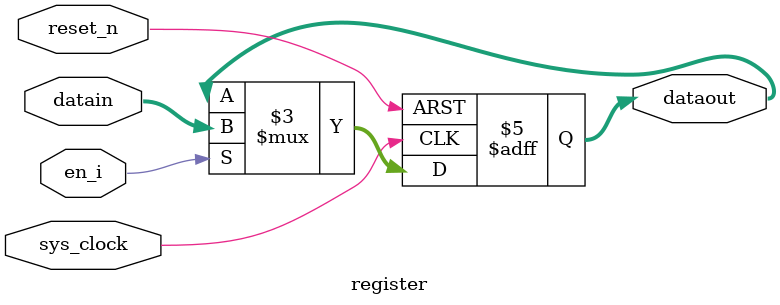
<source format=sv>
module register
#(parameter DATA_WIDTH=32)
(
	input wire signed [DATA_WIDTH-1:0] datain,
	input wire sys_clock,
	input wire reset_n,
	input wire en_i,
	output logic signed [DATA_WIDTH-1:0] dataout
);

always_ff@ (posedge sys_clock or negedge reset_n)
	if (!reset_n)
	begin 
		dataout <= '0;
	end 
	else if (en_i) 
    begin 	
		dataout <= datain;
	end 

endmodule
</source>
